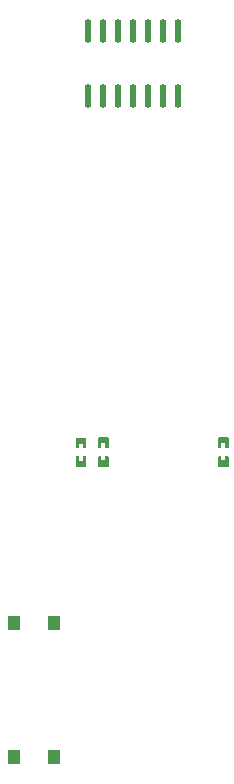
<source format=gbp>
G04 Layer: BottomPasteMaskLayer*
G04 EasyEDA v6.5.29, 2023-07-16 15:11:24*
G04 69541b314f914e7eb76376b61f0081d1,5a6b42c53f6a479593ecc07194224c93,10*
G04 Gerber Generator version 0.2*
G04 Scale: 100 percent, Rotated: No, Reflected: No *
G04 Dimensions in millimeters *
G04 leading zeros omitted , absolute positions ,4 integer and 5 decimal *
%FSLAX45Y45*%
%MOMM*%

%AMMACRO1*21,1,$1,$2,0,0,$3*%
%ADD10O,0.5739892X2.0379944*%
%ADD11MACRO1,0.95X1.15X0.0000*%

%LPD*%
G36*
X874420Y4090314D02*
G01*
X869391Y4085285D01*
X869391Y4005275D01*
X874420Y4000296D01*
X954379Y4000296D01*
X959408Y4005275D01*
X959408Y4085285D01*
X954379Y4090314D01*
X930198Y4090314D01*
X930198Y4053281D01*
X897178Y4053281D01*
X897178Y4090314D01*
G37*
G36*
X874420Y4249318D02*
G01*
X869391Y4244289D01*
X869391Y4165295D01*
X874420Y4160316D01*
X897178Y4160316D01*
X897178Y4198315D01*
X930198Y4198315D01*
X930198Y4160316D01*
X954379Y4160316D01*
X959408Y4165295D01*
X959408Y4244289D01*
X954379Y4249318D01*
G37*
G36*
X2080920Y4093006D02*
G01*
X2075891Y4087977D01*
X2075891Y4008018D01*
X2080920Y4002989D01*
X2160879Y4002989D01*
X2165908Y4008018D01*
X2165908Y4087977D01*
X2160879Y4093006D01*
X2136698Y4093006D01*
X2136698Y4055973D01*
X2103678Y4055973D01*
X2103678Y4093006D01*
G37*
G36*
X2080920Y4252010D02*
G01*
X2075891Y4246981D01*
X2075891Y4167987D01*
X2080920Y4163009D01*
X2103678Y4163009D01*
X2103678Y4201007D01*
X2136698Y4201007D01*
X2136698Y4163009D01*
X2160879Y4163009D01*
X2165908Y4167987D01*
X2165908Y4246981D01*
X2160879Y4252010D01*
G37*
G36*
X1064920Y4093006D02*
G01*
X1059891Y4087977D01*
X1059891Y4008018D01*
X1064920Y4002989D01*
X1144879Y4002989D01*
X1149908Y4008018D01*
X1149908Y4087977D01*
X1144879Y4093006D01*
X1120698Y4093006D01*
X1120698Y4055973D01*
X1087678Y4055973D01*
X1087678Y4093006D01*
G37*
G36*
X1064920Y4252010D02*
G01*
X1059891Y4246981D01*
X1059891Y4167987D01*
X1064920Y4163009D01*
X1087678Y4163009D01*
X1087678Y4201007D01*
X1120698Y4201007D01*
X1120698Y4163009D01*
X1144879Y4163009D01*
X1149908Y4167987D01*
X1149908Y4246981D01*
X1144879Y4252010D01*
G37*
D10*
G01*
X977900Y7693710D03*
G01*
X1104900Y7693710D03*
G01*
X1231900Y7693710D03*
G01*
X1358900Y7693710D03*
G01*
X1485900Y7693710D03*
G01*
X1612900Y7693710D03*
G01*
X1739900Y7693710D03*
G01*
X977900Y7139889D03*
G01*
X1104900Y7139889D03*
G01*
X1231900Y7139889D03*
G01*
X1358900Y7139889D03*
G01*
X1485900Y7139889D03*
G01*
X1612900Y7139889D03*
G01*
X1739900Y7139889D03*
D11*
G01*
X351459Y1549400D03*
G01*
X689940Y1549400D03*
G01*
X351459Y2679700D03*
G01*
X689940Y2679700D03*
M02*

</source>
